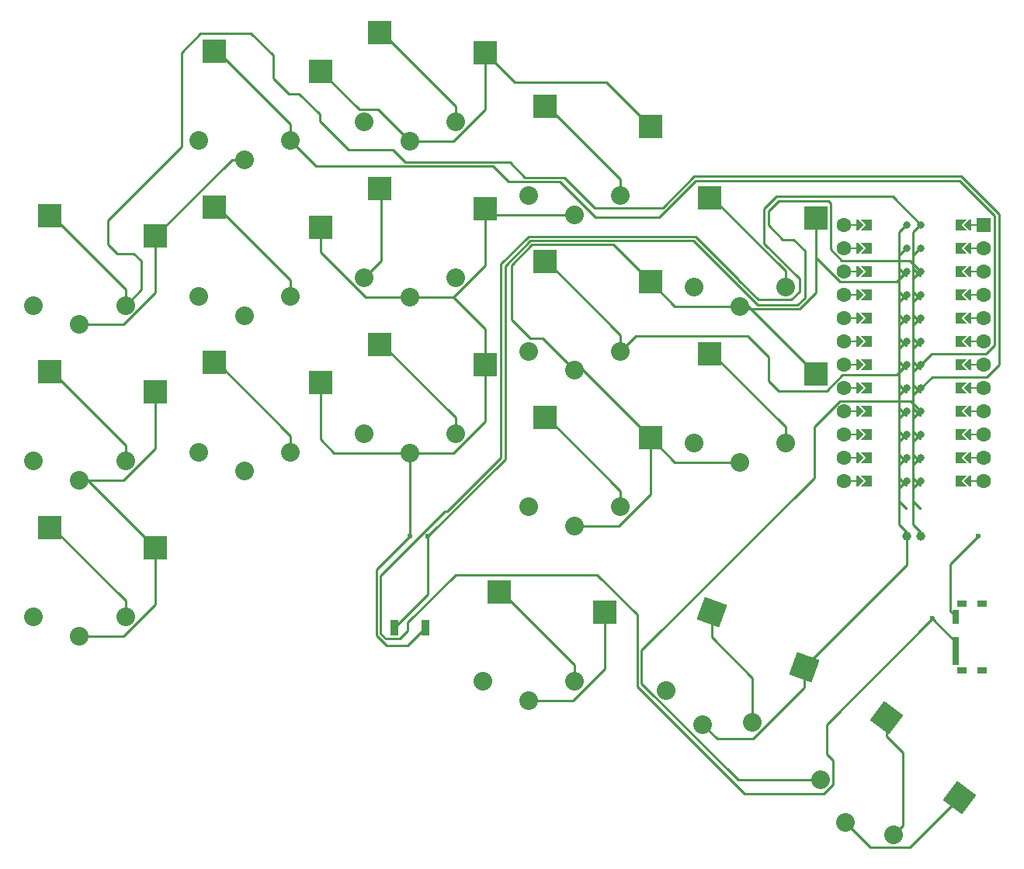
<source format=gbr>
%TF.GenerationSoftware,KiCad,Pcbnew,6.0.5-2.fc36*%
%TF.CreationDate,2022-05-30T19:14:04+02:00*%
%TF.ProjectId,main,6d61696e-2e6b-4696-9361-645f70636258,v1.0.0*%
%TF.SameCoordinates,Original*%
%TF.FileFunction,Copper,L2,Bot*%
%TF.FilePolarity,Positive*%
%FSLAX46Y46*%
G04 Gerber Fmt 4.6, Leading zero omitted, Abs format (unit mm)*
G04 Created by KiCad (PCBNEW 6.0.5-2.fc36) date 2022-05-30 19:14:04*
%MOMM*%
%LPD*%
G01*
G04 APERTURE LIST*
G04 Aperture macros list*
%AMRotRect*
0 Rectangle, with rotation*
0 The origin of the aperture is its center*
0 $1 length*
0 $2 width*
0 $3 Rotation angle, in degrees counterclockwise*
0 Add horizontal line*
21,1,$1,$2,0,0,$3*%
%AMFreePoly0*
4,1,5,0.125000,-0.500000,-0.125000,-0.500000,-0.125000,0.500000,0.125000,0.500000,0.125000,-0.500000,0.125000,-0.500000,$1*%
%AMFreePoly1*
4,1,6,0.600000,-0.250000,-0.600000,-0.250000,-0.600000,1.000000,0.000000,0.400000,0.600000,1.000000,0.600000,-0.250000,0.600000,-0.250000,$1*%
%AMFreePoly2*
4,1,6,0.600000,0.200000,0.000000,-0.400000,-0.600000,0.200000,-0.600000,0.400000,0.600000,0.400000,0.600000,0.200000,0.600000,0.200000,$1*%
%AMFreePoly3*
4,1,49,0.004773,0.123721,0.009154,0.124665,0.028961,0.117240,0.062500,0.108253,0.068237,0.102516,0.075053,0.099961,0.087617,0.083136,0.108253,0.062500,0.111178,0.051584,0.117161,0.043572,0.118539,0.024114,0.125000,0.000000,0.121239,-0.014035,0.122131,-0.026629,0.113759,-0.041951,0.108253,-0.062500,0.095644,-0.075109,0.088389,-0.088388,-0.641000,-0.817776,-0.641000,-4.770224,
0.088389,-5.499612,0.109852,-5.528356,0.124665,-5.597154,0.099961,-5.663053,0.043572,-5.705161,-0.026629,-5.710131,-0.088388,-5.676389,-0.854388,-4.910388,-0.867707,-4.892552,-0.871189,-4.889530,-0.871982,-4.886826,-0.875852,-4.881644,-0.882331,-4.851549,-0.891000,-4.822000,-0.891000,-0.766000,-0.887805,-0.743969,-0.888131,-0.739371,-0.886780,-0.736898,-0.885852,-0.730498,-0.869151,-0.704632,
-0.854388,-0.677612,-0.088388,0.088389,-0.064606,0.106147,-0.062500,0.108253,-0.061385,0.108552,-0.059644,0.109852,-0.043806,0.113262,0.000000,0.125000,0.004773,0.123721,0.004773,0.123721,$1*%
G04 Aperture macros list end*
%TA.AperFunction,SMDPad,CuDef*%
%ADD10R,2.600000X2.600000*%
%TD*%
%TA.AperFunction,ComponentPad*%
%ADD11C,2.032000*%
%TD*%
%TA.AperFunction,SMDPad,CuDef*%
%ADD12RotRect,2.600000X2.600000X340.000000*%
%TD*%
%TA.AperFunction,SMDPad,CuDef*%
%ADD13RotRect,2.600000X2.600000X323.000000*%
%TD*%
%TA.AperFunction,ComponentPad*%
%ADD14C,1.600000*%
%TD*%
%TA.AperFunction,ComponentPad*%
%ADD15R,1.600000X1.600000*%
%TD*%
%TA.AperFunction,SMDPad,CuDef*%
%ADD16FreePoly0,90.000000*%
%TD*%
%TA.AperFunction,SMDPad,CuDef*%
%ADD17FreePoly1,90.000000*%
%TD*%
%TA.AperFunction,SMDPad,CuDef*%
%ADD18FreePoly2,90.000000*%
%TD*%
%TA.AperFunction,SMDPad,CuDef*%
%ADD19FreePoly0,270.000000*%
%TD*%
%TA.AperFunction,SMDPad,CuDef*%
%ADD20FreePoly2,270.000000*%
%TD*%
%TA.AperFunction,SMDPad,CuDef*%
%ADD21FreePoly1,270.000000*%
%TD*%
%TA.AperFunction,SMDPad,CuDef*%
%ADD22FreePoly3,90.000000*%
%TD*%
%TA.AperFunction,SMDPad,CuDef*%
%ADD23FreePoly3,270.000000*%
%TD*%
%TA.AperFunction,ComponentPad*%
%ADD24C,0.800000*%
%TD*%
%TA.AperFunction,SMDPad,CuDef*%
%ADD25R,0.700000X1.500000*%
%TD*%
%TA.AperFunction,SMDPad,CuDef*%
%ADD26R,1.000000X0.800000*%
%TD*%
%TA.AperFunction,ComponentPad*%
%ADD27C,0.600000*%
%TD*%
%TA.AperFunction,SMDPad,CuDef*%
%ADD28R,0.900000X1.700000*%
%TD*%
%TA.AperFunction,ComponentPad*%
%ADD29C,1.000000*%
%TD*%
%TA.AperFunction,Conductor*%
%ADD30C,0.250000*%
%TD*%
G04 APERTURE END LIST*
D10*
%TO.P,S1,1*%
%TO.N,P10*%
X-3275000Y5950000D03*
%TO.P,S1,2*%
%TO.N,GND*%
X8275000Y3750000D03*
%TD*%
D11*
%TO.P,S2,1*%
%TO.N,P10*%
X-5000000Y-3800000D03*
%TO.P,S2,2*%
%TO.N,GND*%
X0Y-5900000D03*
%TO.P,S2,1*%
%TO.N,P10*%
X5000000Y-3800000D03*
%TO.P,S2,2*%
%TO.N,GND*%
X0Y-5900000D03*
%TD*%
D10*
%TO.P,S3,1*%
%TO.N,P9*%
X-3275000Y22950000D03*
%TO.P,S3,2*%
%TO.N,GND*%
X8275000Y20750000D03*
%TD*%
D11*
%TO.P,S4,1*%
%TO.N,P9*%
X-5000000Y13200000D03*
%TO.P,S4,2*%
%TO.N,GND*%
X0Y11100000D03*
%TO.P,S4,1*%
%TO.N,P9*%
X5000000Y13200000D03*
%TO.P,S4,2*%
%TO.N,GND*%
X0Y11100000D03*
%TD*%
D10*
%TO.P,S5,1*%
%TO.N,P18*%
X-3275000Y39950000D03*
%TO.P,S5,2*%
%TO.N,GND*%
X8275000Y37750000D03*
%TD*%
D11*
%TO.P,S6,1*%
%TO.N,P18*%
X-5000000Y30200000D03*
%TO.P,S6,2*%
%TO.N,GND*%
X0Y28100000D03*
%TO.P,S6,1*%
%TO.N,P18*%
X5000000Y30200000D03*
%TO.P,S6,2*%
%TO.N,GND*%
X0Y28100000D03*
%TD*%
D10*
%TO.P,S7,1*%
%TO.N,P8*%
X14725000Y23950000D03*
%TO.P,S7,2*%
%TO.N,GND*%
X26275000Y21750000D03*
%TD*%
D11*
%TO.P,S8,1*%
%TO.N,P8*%
X13000000Y14200000D03*
%TO.P,S8,2*%
%TO.N,GND*%
X18000000Y12100000D03*
%TO.P,S8,1*%
%TO.N,P8*%
X23000000Y14200000D03*
%TO.P,S8,2*%
%TO.N,GND*%
X18000000Y12100000D03*
%TD*%
D10*
%TO.P,S9,1*%
%TO.N,P3*%
X14725000Y40950000D03*
%TO.P,S9,2*%
%TO.N,GND*%
X26275000Y38750000D03*
%TD*%
D11*
%TO.P,S10,1*%
%TO.N,P3*%
X13000000Y31200000D03*
%TO.P,S10,2*%
%TO.N,GND*%
X18000000Y29100000D03*
%TO.P,S10,1*%
%TO.N,P3*%
X23000000Y31200000D03*
%TO.P,S10,2*%
%TO.N,GND*%
X18000000Y29100000D03*
%TD*%
D10*
%TO.P,S11,1*%
%TO.N,P19*%
X14725000Y57950000D03*
%TO.P,S11,2*%
%TO.N,GND*%
X26275000Y55750000D03*
%TD*%
D11*
%TO.P,S12,1*%
%TO.N,P19*%
X13000000Y48200000D03*
%TO.P,S12,2*%
%TO.N,GND*%
X18000000Y46100000D03*
%TO.P,S12,1*%
%TO.N,P19*%
X23000000Y48200000D03*
%TO.P,S12,2*%
%TO.N,GND*%
X18000000Y46100000D03*
%TD*%
D10*
%TO.P,S13,1*%
%TO.N,P7*%
X32725000Y25950000D03*
%TO.P,S13,2*%
%TO.N,GND*%
X44275000Y23750000D03*
%TD*%
D11*
%TO.P,S14,1*%
%TO.N,P7*%
X31000000Y16200000D03*
%TO.P,S14,2*%
%TO.N,GND*%
X36000000Y14100000D03*
%TO.P,S14,1*%
%TO.N,P7*%
X41000000Y16200000D03*
%TO.P,S14,2*%
%TO.N,GND*%
X36000000Y14100000D03*
%TD*%
D10*
%TO.P,S15,1*%
%TO.N,P2*%
X32725000Y42950000D03*
%TO.P,S15,2*%
%TO.N,GND*%
X44275000Y40750000D03*
%TD*%
D11*
%TO.P,S16,1*%
%TO.N,P2*%
X31000000Y33200000D03*
%TO.P,S16,2*%
%TO.N,GND*%
X36000000Y31100000D03*
%TO.P,S16,1*%
%TO.N,P2*%
X41000000Y33200000D03*
%TO.P,S16,2*%
%TO.N,GND*%
X36000000Y31100000D03*
%TD*%
D10*
%TO.P,S17,1*%
%TO.N,P20*%
X32725000Y59950000D03*
%TO.P,S17,2*%
%TO.N,GND*%
X44275000Y57750000D03*
%TD*%
D11*
%TO.P,S18,1*%
%TO.N,P20*%
X31000000Y50200000D03*
%TO.P,S18,2*%
%TO.N,GND*%
X36000000Y48100000D03*
%TO.P,S18,1*%
%TO.N,P20*%
X41000000Y50200000D03*
%TO.P,S18,2*%
%TO.N,GND*%
X36000000Y48100000D03*
%TD*%
D10*
%TO.P,S19,1*%
%TO.N,P6*%
X50725000Y17950000D03*
%TO.P,S19,2*%
%TO.N,GND*%
X62275000Y15750000D03*
%TD*%
D11*
%TO.P,S20,1*%
%TO.N,P6*%
X49000000Y8200000D03*
%TO.P,S20,2*%
%TO.N,GND*%
X54000000Y6100000D03*
%TO.P,S20,1*%
%TO.N,P6*%
X59000000Y8200000D03*
%TO.P,S20,2*%
%TO.N,GND*%
X54000000Y6100000D03*
%TD*%
D10*
%TO.P,S21,1*%
%TO.N,P4*%
X50725000Y34950000D03*
%TO.P,S21,2*%
%TO.N,GND*%
X62275000Y32750000D03*
%TD*%
D11*
%TO.P,S22,1*%
%TO.N,P4*%
X49000000Y25200000D03*
%TO.P,S22,2*%
%TO.N,GND*%
X54000000Y23100000D03*
%TO.P,S22,1*%
%TO.N,P4*%
X59000000Y25200000D03*
%TO.P,S22,2*%
%TO.N,GND*%
X54000000Y23100000D03*
%TD*%
D10*
%TO.P,S23,1*%
%TO.N,P21*%
X50725000Y51950000D03*
%TO.P,S23,2*%
%TO.N,GND*%
X62275000Y49750000D03*
%TD*%
D11*
%TO.P,S24,1*%
%TO.N,P21*%
X49000000Y42200000D03*
%TO.P,S24,2*%
%TO.N,GND*%
X54000000Y40100000D03*
%TO.P,S24,1*%
%TO.N,P21*%
X59000000Y42200000D03*
%TO.P,S24,2*%
%TO.N,GND*%
X54000000Y40100000D03*
%TD*%
D10*
%TO.P,S25,1*%
%TO.N,P5*%
X68725000Y24950000D03*
%TO.P,S25,2*%
%TO.N,GND*%
X80275000Y22750000D03*
%TD*%
D11*
%TO.P,S26,1*%
%TO.N,P5*%
X67000000Y15200000D03*
%TO.P,S26,2*%
%TO.N,GND*%
X72000000Y13100000D03*
%TO.P,S26,1*%
%TO.N,P5*%
X77000000Y15200000D03*
%TO.P,S26,2*%
%TO.N,GND*%
X72000000Y13100000D03*
%TD*%
D10*
%TO.P,S27,1*%
%TO.N,P1*%
X68725000Y41950000D03*
%TO.P,S27,2*%
%TO.N,GND*%
X80275000Y39750000D03*
%TD*%
D11*
%TO.P,S28,1*%
%TO.N,P1*%
X67000000Y32200000D03*
%TO.P,S28,2*%
%TO.N,GND*%
X72000000Y30100000D03*
%TO.P,S28,1*%
%TO.N,P1*%
X77000000Y32200000D03*
%TO.P,S28,2*%
%TO.N,GND*%
X72000000Y30100000D03*
%TD*%
D10*
%TO.P,S29,1*%
%TO.N,P16*%
X45725000Y-1050000D03*
%TO.P,S29,2*%
%TO.N,GND*%
X57275000Y-3250000D03*
%TD*%
D11*
%TO.P,S30,1*%
%TO.N,P16*%
X44000000Y-10800000D03*
%TO.P,S30,2*%
%TO.N,GND*%
X49000000Y-12900000D03*
%TO.P,S30,1*%
%TO.N,P16*%
X54000000Y-10800000D03*
%TO.P,S30,2*%
%TO.N,GND*%
X49000000Y-12900000D03*
%TD*%
D12*
%TO.P,S31,1*%
%TO.N,P14*%
X68957527Y-3288713D03*
%TO.P,S31,2*%
%TO.N,GND*%
X79058532Y-9306369D03*
%TD*%
D11*
%TO.P,S32,1*%
%TO.N,P14*%
X64001860Y-11860731D03*
%TO.P,S32,2*%
%TO.N,GND*%
X67982081Y-15544186D03*
%TO.P,S32,1*%
%TO.N,P14*%
X73398787Y-15280933D03*
%TO.P,S32,2*%
%TO.N,GND*%
X67982081Y-15544186D03*
%TD*%
D13*
%TO.P,S33,1*%
%TO.N,P15*%
X88049020Y-14816041D03*
%TO.P,S33,2*%
%TO.N,GND*%
X95949267Y-23524002D03*
%TD*%
D11*
%TO.P,S34,1*%
%TO.N,P15*%
X80803677Y-21564606D03*
%TO.P,S34,2*%
%TO.N,GND*%
X83533043Y-26250816D03*
%TO.P,S34,1*%
%TO.N,P15*%
X88790032Y-27582756D03*
%TO.P,S34,2*%
%TO.N,GND*%
X83533043Y-26250816D03*
%TD*%
D14*
%TO.P,MCU1,*%
%TO.N,*%
X83380000Y38970000D03*
X83380000Y36430000D03*
X83380000Y33890000D03*
X83380000Y31350000D03*
X83380000Y28810000D03*
X83380000Y26270000D03*
X83380000Y23730000D03*
X83380000Y21190000D03*
X83380000Y18650000D03*
X83380000Y16110000D03*
X83380000Y13570000D03*
X83380000Y11030000D03*
X98620000Y11030000D03*
X98620000Y13570000D03*
X98620000Y16110000D03*
X98620000Y18650000D03*
X98620000Y21190000D03*
X98620000Y23730000D03*
X98620000Y26270000D03*
X98620000Y28810000D03*
X98620000Y31350000D03*
X98620000Y33890000D03*
X98620000Y36430000D03*
X98620000Y38970000D03*
D15*
X98620000Y38970000D03*
D16*
X84650000Y38970000D03*
D17*
%TO.P,MCU1,1*%
%TO.N,RAW*%
X86174000Y38970000D03*
D18*
%TO.P,MCU1,*%
%TO.N,*%
X85158000Y38970000D03*
D16*
X84650000Y36430000D03*
D18*
X85158000Y36430000D03*
D17*
%TO.P,MCU1,2*%
%TO.N,N/C*%
X86174000Y36430000D03*
D16*
%TO.P,MCU1,*%
%TO.N,*%
X84650000Y33890000D03*
D18*
X85158000Y33890000D03*
D17*
%TO.P,MCU1,3*%
%TO.N,RST*%
X86174000Y33890000D03*
D16*
%TO.P,MCU1,*%
%TO.N,*%
X84650000Y31350000D03*
D18*
X85158000Y31350000D03*
D17*
%TO.P,MCU1,4*%
%TO.N,VCC*%
X86174000Y31350000D03*
D16*
%TO.P,MCU1,*%
%TO.N,*%
X84650000Y28810000D03*
D18*
X85158000Y28810000D03*
D17*
%TO.P,MCU1,5*%
%TO.N,P21*%
X86174000Y28810000D03*
D16*
%TO.P,MCU1,*%
%TO.N,*%
X84650000Y26270000D03*
D18*
X85158000Y26270000D03*
D17*
%TO.P,MCU1,6*%
%TO.N,P20*%
X86174000Y26270000D03*
D16*
%TO.P,MCU1,*%
%TO.N,*%
X84650000Y23730000D03*
D18*
X85158000Y23730000D03*
D17*
%TO.P,MCU1,7*%
%TO.N,P19*%
X86174000Y23730000D03*
D16*
%TO.P,MCU1,*%
%TO.N,*%
X84650000Y21190000D03*
D18*
X85158000Y21190000D03*
D17*
%TO.P,MCU1,8*%
%TO.N,P18*%
X86174000Y21190000D03*
D16*
%TO.P,MCU1,*%
%TO.N,*%
X84650000Y18650000D03*
D18*
X85158000Y18650000D03*
D17*
%TO.P,MCU1,9*%
%TO.N,P15*%
X86174000Y18650000D03*
D16*
%TO.P,MCU1,*%
%TO.N,*%
X84650000Y16110000D03*
D18*
X85158000Y16110000D03*
D17*
%TO.P,MCU1,10*%
%TO.N,P14*%
X86174000Y16110000D03*
D16*
%TO.P,MCU1,*%
%TO.N,*%
X84650000Y13570000D03*
D18*
X85158000Y13570000D03*
D17*
%TO.P,MCU1,11*%
%TO.N,P16*%
X86174000Y13570000D03*
D16*
%TO.P,MCU1,*%
%TO.N,*%
X84650000Y11030000D03*
D18*
X85158000Y11030000D03*
D17*
%TO.P,MCU1,12*%
%TO.N,P10*%
X86174000Y11030000D03*
D19*
%TO.P,MCU1,*%
%TO.N,*%
X97350000Y38970000D03*
D20*
X96842000Y38970000D03*
D21*
%TO.P,MCU1,24*%
%TO.N,P1*%
X95826000Y38970000D03*
%TO.P,MCU1,23*%
%TO.N,P0*%
X95826000Y36430000D03*
D19*
%TO.P,MCU1,*%
%TO.N,*%
X97350000Y36430000D03*
D20*
X96842000Y36430000D03*
D21*
%TO.P,MCU1,22*%
%TO.N,GND*%
X95826000Y33890000D03*
D19*
%TO.P,MCU1,*%
%TO.N,*%
X97350000Y33890000D03*
D20*
X96842000Y33890000D03*
D21*
%TO.P,MCU1,21*%
%TO.N,GND*%
X95826000Y31350000D03*
D19*
%TO.P,MCU1,*%
%TO.N,*%
X97350000Y31350000D03*
D20*
X96842000Y31350000D03*
D21*
%TO.P,MCU1,20*%
%TO.N,P2*%
X95826000Y28810000D03*
D19*
%TO.P,MCU1,*%
%TO.N,*%
X97350000Y28810000D03*
D20*
X96842000Y28810000D03*
D21*
%TO.P,MCU1,19*%
%TO.N,P3*%
X95826000Y26270000D03*
D19*
%TO.P,MCU1,*%
%TO.N,*%
X97350000Y26270000D03*
D20*
X96842000Y26270000D03*
D21*
%TO.P,MCU1,18*%
%TO.N,P4*%
X95826000Y23730000D03*
D19*
%TO.P,MCU1,*%
%TO.N,*%
X97350000Y23730000D03*
D20*
X96842000Y23730000D03*
D21*
%TO.P,MCU1,17*%
%TO.N,P5*%
X95826000Y21190000D03*
D19*
%TO.P,MCU1,*%
%TO.N,*%
X97350000Y21190000D03*
D20*
X96842000Y21190000D03*
D21*
%TO.P,MCU1,16*%
%TO.N,P6*%
X95826000Y18650000D03*
D19*
%TO.P,MCU1,*%
%TO.N,*%
X97350000Y18650000D03*
D20*
X96842000Y18650000D03*
D21*
%TO.P,MCU1,15*%
%TO.N,P7*%
X95826000Y16110000D03*
D19*
%TO.P,MCU1,*%
%TO.N,*%
X97350000Y16110000D03*
D20*
X96842000Y16110000D03*
D21*
%TO.P,MCU1,14*%
%TO.N,P8*%
X95826000Y13570000D03*
D19*
%TO.P,MCU1,*%
%TO.N,*%
X97350000Y13570000D03*
D20*
X96842000Y13570000D03*
D21*
%TO.P,MCU1,13*%
%TO.N,P9*%
X95826000Y11030000D03*
D19*
%TO.P,MCU1,*%
%TO.N,*%
X97350000Y11030000D03*
D20*
X96842000Y11030000D03*
D22*
%TO.P,MCU1,23*%
%TO.N,P0*%
X90238000Y36430000D03*
D23*
%TO.P,MCU1,2*%
%TO.N,GND*%
X91762000Y36430000D03*
D24*
X91762000Y36430000D03*
%TO.P,MCU1,23*%
%TO.N,P0*%
X90238000Y36430000D03*
%TO.P,MCU1,24*%
%TO.N,P1*%
X90238000Y38970000D03*
%TO.P,MCU1,1*%
%TO.N,RAW*%
X91762000Y38970000D03*
D22*
%TO.P,MCU1,24*%
%TO.N,P1*%
X90238000Y38970000D03*
D23*
%TO.P,MCU1,1*%
%TO.N,RAW*%
X91762000Y38970000D03*
D24*
%TO.P,MCU1,22*%
%TO.N,GND*%
X90238000Y33890000D03*
%TO.P,MCU1,3*%
%TO.N,RST*%
X91762000Y33890000D03*
D22*
%TO.P,MCU1,22*%
%TO.N,GND*%
X90238000Y33890000D03*
D23*
%TO.P,MCU1,3*%
%TO.N,RST*%
X91762000Y33890000D03*
D24*
%TO.P,MCU1,21*%
%TO.N,GND*%
X90238000Y31350000D03*
%TO.P,MCU1,4*%
%TO.N,VCC*%
X91762000Y31350000D03*
D22*
%TO.P,MCU1,21*%
%TO.N,GND*%
X90238000Y31350000D03*
D23*
%TO.P,MCU1,4*%
%TO.N,VCC*%
X91762000Y31350000D03*
D24*
%TO.P,MCU1,20*%
%TO.N,P2*%
X90238000Y28810000D03*
%TO.P,MCU1,5*%
%TO.N,P21*%
X91762000Y28810000D03*
D22*
%TO.P,MCU1,20*%
%TO.N,P2*%
X90238000Y28810000D03*
D23*
%TO.P,MCU1,5*%
%TO.N,P21*%
X91762000Y28810000D03*
D24*
%TO.P,MCU1,19*%
%TO.N,P3*%
X90238000Y26270000D03*
%TO.P,MCU1,6*%
%TO.N,P20*%
X91762000Y26270000D03*
D22*
%TO.P,MCU1,19*%
%TO.N,P3*%
X90238000Y26270000D03*
D23*
%TO.P,MCU1,6*%
%TO.N,P20*%
X91762000Y26270000D03*
D24*
%TO.P,MCU1,18*%
%TO.N,P4*%
X90238000Y23730000D03*
%TO.P,MCU1,7*%
%TO.N,P19*%
X91762000Y23730000D03*
D22*
%TO.P,MCU1,18*%
%TO.N,P4*%
X90238000Y23730000D03*
D23*
%TO.P,MCU1,7*%
%TO.N,P19*%
X91762000Y23730000D03*
D24*
%TO.P,MCU1,17*%
%TO.N,P5*%
X90238000Y21190000D03*
%TO.P,MCU1,8*%
%TO.N,P18*%
X91762000Y21190000D03*
D22*
%TO.P,MCU1,17*%
%TO.N,P5*%
X90238000Y21190000D03*
D23*
%TO.P,MCU1,8*%
%TO.N,P18*%
X91762000Y21190000D03*
D24*
%TO.P,MCU1,16*%
%TO.N,P6*%
X90238000Y18650000D03*
%TO.P,MCU1,9*%
%TO.N,P15*%
X91762000Y18650000D03*
D22*
%TO.P,MCU1,16*%
%TO.N,P6*%
X90238000Y18650000D03*
D23*
%TO.P,MCU1,9*%
%TO.N,P15*%
X91762000Y18650000D03*
D24*
%TO.P,MCU1,15*%
%TO.N,P7*%
X90238000Y16110000D03*
%TO.P,MCU1,10*%
%TO.N,P14*%
X91762000Y16110000D03*
D22*
%TO.P,MCU1,15*%
%TO.N,P7*%
X90238000Y16110000D03*
D23*
%TO.P,MCU1,10*%
%TO.N,P14*%
X91762000Y16110000D03*
D24*
%TO.P,MCU1,14*%
%TO.N,P8*%
X90238000Y13570000D03*
%TO.P,MCU1,11*%
%TO.N,P16*%
X91762000Y13570000D03*
D22*
%TO.P,MCU1,14*%
%TO.N,P8*%
X90238000Y13570000D03*
D23*
%TO.P,MCU1,11*%
%TO.N,P16*%
X91762000Y13570000D03*
D24*
%TO.P,MCU1,13*%
%TO.N,P9*%
X90238000Y11030000D03*
%TO.P,MCU1,12*%
%TO.N,P10*%
X91762000Y11030000D03*
D22*
%TO.P,MCU1,13*%
%TO.N,P9*%
X90238000Y11030000D03*
D23*
%TO.P,MCU1,12*%
%TO.N,P10*%
X91762000Y11030000D03*
%TD*%
D25*
%TO.P,,1*%
%TO.N,pos*%
X95570000Y-3750000D03*
%TO.P,,2*%
%TO.N,RAW*%
X95570000Y-6750000D03*
%TO.P,,3*%
%TO.N,N/C*%
X95570000Y-8250000D03*
D26*
%TO.P,,*%
%TO.N,*%
X98430000Y-2350000D03*
X98430000Y-9650000D03*
X96220000Y-9650000D03*
X96220000Y-2350000D03*
%TD*%
D27*
%TO.P,REF\u002A\u002A,1*%
%TO.N,RAW*%
X93000000Y-4000000D03*
%TD*%
%TO.P,REF\u002A\u002A,1*%
%TO.N,pos*%
X98000000Y5000000D03*
%TD*%
%TO.P,REF\u002A\u002A,1*%
%TO.N,GND*%
X36000000Y5000000D03*
%TD*%
%TO.P,REF\u002A\u002A,1*%
%TO.N,RST*%
X38000000Y5000000D03*
%TD*%
D28*
%TO.P,,1*%
%TO.N,RST*%
X34300000Y-5000000D03*
%TO.P,,2*%
%TO.N,GND*%
X37700000Y-5000000D03*
%TD*%
D29*
%TO.P,,1*%
%TO.N,pos*%
X91750000Y5000000D03*
%TO.P,,2*%
%TO.N,GND*%
X90250000Y5000000D03*
%TD*%
D30*
%TO.N,RAW*%
X81164053Y-23100000D02*
X82144188Y-22119865D01*
X78500000Y31700000D02*
X77600000Y30800000D01*
X60800000Y-3525978D02*
X60800000Y-11400000D01*
X35800000Y-5325489D02*
X35800000Y-4400000D01*
X81465836Y-18765836D02*
X81465836Y-15534164D01*
X34950978Y-6174511D02*
X35800000Y-5325489D01*
X32849520Y-5638802D02*
X33385229Y-6174511D01*
X40082141Y7717859D02*
X39834666Y7717859D01*
X71867859Y32967859D02*
X71867859Y33000867D01*
X91762000Y38970000D02*
X88657959Y42074041D01*
X32849520Y732713D02*
X32849520Y-5638802D01*
X45950480Y34695937D02*
X45950480Y13586198D01*
X82144188Y-22119865D02*
X82144188Y-19444188D01*
X88657959Y42074041D02*
X75974041Y42074041D01*
X56449501Y824521D02*
X60800000Y-3525978D01*
X45950480Y13586198D02*
X40082141Y7717859D01*
X75974041Y42074041D02*
X74675959Y40775959D01*
X39834666Y7717859D02*
X32849520Y732713D01*
X41024521Y824521D02*
X56449501Y824521D01*
X74675959Y40775959D02*
X74675959Y36914082D01*
X60800000Y-11400000D02*
X72500000Y-23100000D01*
X74675959Y36914082D02*
X78500000Y33090041D01*
X81465836Y-15534164D02*
X93000000Y-4000000D01*
X48978104Y37723561D02*
X45950480Y34695937D01*
X72500000Y-23100000D02*
X81164053Y-23100000D01*
X74035718Y30800000D02*
X71867859Y32967859D01*
X78500000Y33090041D02*
X78500000Y31700000D01*
X77600000Y30800000D02*
X74035718Y30800000D01*
X33385229Y-6174511D02*
X34950978Y-6174511D01*
X67145165Y37723561D02*
X48978104Y37723561D01*
X35800000Y-4400000D02*
X41024521Y824521D01*
X71867859Y33000867D02*
X67145165Y37723561D01*
X82144188Y-19444188D02*
X81465836Y-18765836D01*
%TO.N,GND*%
X36000000Y5000000D02*
X32400000Y1400000D01*
X32400000Y1400000D02*
X32400000Y-5825000D01*
X32400000Y-5825000D02*
X33475000Y-6900000D01*
X33475000Y-6900000D02*
X35800000Y-6900000D01*
X35800000Y-6900000D02*
X37700000Y-5000000D01*
%TO.N,RST*%
X78313802Y30249520D02*
X79100000Y31035718D01*
X79100000Y36133008D02*
X77833008Y37400000D01*
X75125479Y40526453D02*
X76223547Y41624521D01*
X76223547Y41624521D02*
X81649501Y41624521D01*
X73950480Y30249520D02*
X78313802Y30249520D01*
X67725421Y36474579D02*
X73950480Y30249520D01*
X38000000Y5000000D02*
X46400000Y13400000D01*
X67725421Y36507587D02*
X67725421Y36474579D01*
X79100000Y31035718D02*
X79100000Y36133008D01*
X76699026Y37400000D02*
X75125479Y38973547D01*
X66958967Y37274041D02*
X67725421Y36507587D01*
X49164302Y37274041D02*
X66958967Y37274041D01*
X46400000Y34509739D02*
X49164302Y37274041D01*
X46400000Y13400000D02*
X46400000Y34509739D01*
X77833008Y37400000D02*
X76699026Y37400000D01*
X81899511Y36320189D02*
X83119700Y35100000D01*
X83119700Y35100000D02*
X90552000Y35100000D01*
X90552000Y35100000D02*
X91762000Y33890000D01*
X75125479Y38973547D02*
X75125479Y40526453D01*
X81649501Y41624521D02*
X81899511Y41374511D01*
X81899511Y41374511D02*
X81899511Y36320189D01*
%TO.N,GND*%
X72000000Y30100000D02*
X72300000Y29800000D01*
X72300000Y29800000D02*
X78500000Y29800000D01*
X78500000Y29800000D02*
X80275000Y31575000D01*
X80275000Y31575000D02*
X80275000Y39750000D01*
%TO.N,pos*%
X95570000Y-3750000D02*
X94970000Y-3150000D01*
X94970000Y-3150000D02*
X94970000Y1970000D01*
X94970000Y1970000D02*
X98000000Y5000000D01*
%TO.N,P15*%
X91762000Y18650000D02*
X90637489Y19774511D01*
X90637489Y19774511D02*
X82914211Y19774511D01*
X82914211Y19774511D02*
X80100000Y16960300D01*
X80100000Y16960300D02*
X80100000Y11400810D01*
X80100000Y11400810D02*
X61300000Y-7399190D01*
X61300000Y-7399190D02*
X61300000Y-11054641D01*
X61300000Y-11054641D02*
X71809965Y-21564606D01*
X71809965Y-21564606D02*
X80803677Y-21564606D01*
%TO.N,GND*%
X83533043Y-26250816D02*
X86205494Y-28923267D01*
X86205494Y-28923267D02*
X90550002Y-28923267D01*
X90550002Y-28923267D02*
X95949267Y-23524002D01*
X79058532Y-9306369D02*
X79058532Y-11516958D01*
X79058532Y-11516958D02*
X73475490Y-17100000D01*
X73475490Y-17100000D02*
X69537895Y-17100000D01*
X69537895Y-17100000D02*
X67982081Y-15544186D01*
X57275000Y-3250000D02*
X57275000Y-9420770D01*
X57275000Y-9420770D02*
X53795770Y-12900000D01*
X53795770Y-12900000D02*
X49000000Y-12900000D01*
X8275000Y3750000D02*
X925000Y11100000D01*
X925000Y11100000D02*
X0Y11100000D01*
X8275000Y3750000D02*
X8275000Y-2420770D01*
X4795770Y-5900000D02*
X0Y-5900000D01*
X8275000Y-2420770D02*
X4795770Y-5900000D01*
X26275000Y21750000D02*
X26275000Y15579230D01*
X27754230Y14100000D02*
X36000000Y14100000D01*
X26275000Y15579230D02*
X27754230Y14100000D01*
X62275000Y32750000D02*
X58200479Y36824521D01*
X50500000Y26600000D02*
X54000000Y23100000D01*
X58200479Y36824521D02*
X49350499Y36824521D01*
X49350499Y36824521D02*
X47125479Y34599501D01*
X47125479Y34599501D02*
X47125479Y28641513D01*
X47125479Y28641513D02*
X49166992Y26600000D01*
X49166992Y26600000D02*
X50500000Y26600000D01*
%TO.N,P4*%
X59000000Y25200000D02*
X60624521Y26824521D01*
X60624521Y26824521D02*
X72875479Y26824521D01*
X72875479Y26824521D02*
X75125479Y24574521D01*
X75125479Y24574521D02*
X75125479Y21973547D01*
X89108000Y22600000D02*
X90238000Y23730000D01*
X75125479Y21973547D02*
X76223547Y20875479D01*
X76223547Y20875479D02*
X81475179Y20875479D01*
X81475179Y20875479D02*
X83199700Y22600000D01*
X83199700Y22600000D02*
X89108000Y22600000D01*
%TO.N,GND*%
X80275000Y22750000D02*
X72925000Y30100000D01*
X72925000Y30100000D02*
X72000000Y30100000D01*
X72000000Y13100000D02*
X64925000Y13100000D01*
X64925000Y13100000D02*
X62275000Y15750000D01*
%TO.N,P2*%
X32725000Y42950000D02*
X32874521Y42800479D01*
X32874521Y42800479D02*
X32874521Y35074521D01*
X32874521Y35074521D02*
X31000000Y33200000D01*
%TO.N,GND*%
X26275000Y38750000D02*
X26275000Y36029230D01*
X26275000Y36029230D02*
X31204230Y31100000D01*
X31204230Y31100000D02*
X36000000Y31100000D01*
X36000000Y14100000D02*
X36000000Y5000000D01*
X72000000Y30100000D02*
X64925000Y30100000D01*
X64925000Y30100000D02*
X62275000Y32750000D01*
X80275000Y39750000D02*
X80275000Y35404700D01*
X80275000Y35404700D02*
X82914211Y32765489D01*
X82914211Y32765489D02*
X89113489Y32765489D01*
X89113489Y32765489D02*
X90238000Y33890000D01*
X62275000Y15750000D02*
X54925000Y23100000D01*
X54925000Y23100000D02*
X54000000Y23100000D01*
X62275000Y15750000D02*
X62275000Y9579230D01*
X62275000Y9579230D02*
X58795770Y6100000D01*
X58795770Y6100000D02*
X54000000Y6100000D01*
X44275000Y23750000D02*
X44275000Y27620770D01*
X44275000Y27620770D02*
X40795770Y31100000D01*
X36000000Y14100000D02*
X40795770Y14100000D01*
X44275000Y17579230D02*
X44275000Y23750000D01*
X40795770Y14100000D02*
X44275000Y17579230D01*
X44275000Y40750000D02*
X44275000Y34579230D01*
X44275000Y34579230D02*
X40795770Y31100000D01*
X40795770Y31100000D02*
X36000000Y31100000D01*
X54000000Y40100000D02*
X44925000Y40100000D01*
X44925000Y40100000D02*
X44275000Y40750000D01*
X36000000Y48100000D02*
X40795770Y48100000D01*
X40795770Y48100000D02*
X44275000Y51579230D01*
X44275000Y51579230D02*
X44275000Y57750000D01*
X26275000Y55750000D02*
X30484489Y51540511D01*
X30484489Y51540511D02*
X32559489Y51540511D01*
X32559489Y51540511D02*
X36000000Y48100000D01*
X8275000Y37750000D02*
X16625000Y46100000D01*
X16625000Y46100000D02*
X18000000Y46100000D01*
X0Y28100000D02*
X4795770Y28100000D01*
X4795770Y28100000D02*
X8275000Y31579230D01*
X8275000Y31579230D02*
X8275000Y37750000D01*
X0Y11100000D02*
X4795770Y11100000D01*
X4795770Y11100000D02*
X8275000Y14579230D01*
X8275000Y14579230D02*
X8275000Y20750000D01*
%TO.N,P18*%
X34200000Y47149520D02*
X35500000Y45849520D01*
X52872839Y44172838D02*
X56186188Y40859489D01*
X92972000Y22400000D02*
X91762000Y21190000D01*
X35500000Y45849520D02*
X46917472Y45849520D01*
X46917472Y45849520D02*
X48594154Y44172838D01*
X48594154Y44172838D02*
X52872839Y44172838D01*
X98900000Y22400000D02*
X92972000Y22400000D01*
X56186188Y40859489D02*
X63623771Y40859489D01*
X67038323Y44274041D02*
X96161677Y44274041D01*
X63623771Y40859489D02*
X67038323Y44274041D01*
X96161677Y44274041D02*
X100249520Y40186197D01*
X100249520Y40186197D02*
X100249520Y23749520D01*
X100249520Y23749520D02*
X98900000Y22400000D01*
%TO.N,P19*%
X92932000Y24900000D02*
X91762000Y23730000D01*
X99800000Y40000000D02*
X99800000Y25859700D01*
X99800000Y25859700D02*
X98840300Y24900000D01*
X95975479Y43824521D02*
X99800000Y40000000D01*
X56300000Y39800000D02*
X63200000Y39800000D01*
X52400000Y43700000D02*
X56300000Y39800000D01*
X67224521Y43824521D02*
X95975479Y43824521D01*
X63200000Y39800000D02*
X67224521Y43824521D01*
X46800000Y43700000D02*
X52400000Y43700000D01*
X98840300Y24900000D02*
X92932000Y24900000D01*
X45100000Y45400000D02*
X46800000Y43700000D01*
X25800000Y45400000D02*
X45100000Y45400000D01*
X23000000Y48200000D02*
X25800000Y45400000D01*
%TO.N,P18*%
X5924521Y35875479D02*
X4124521Y35875479D01*
X23933008Y53300000D02*
X26200000Y51033008D01*
X6725421Y35074579D02*
X5924521Y35875479D01*
X6725421Y31925421D02*
X6725421Y35074579D01*
X21100000Y57500974D02*
X21100000Y54999026D01*
X22799026Y53300000D02*
X23933008Y53300000D01*
X11100000Y47477986D02*
X11100000Y57800000D01*
X26200000Y51033008D02*
X26200000Y50300000D01*
X3125479Y39503465D02*
X11100000Y47477986D01*
X13200000Y59900000D02*
X18700974Y59900000D01*
X21100000Y54999026D02*
X22799026Y53300000D01*
X26200000Y50300000D02*
X29350480Y47149520D01*
X29350480Y47149520D02*
X34200000Y47149520D01*
X4124521Y35875479D02*
X3125479Y36874521D01*
X11100000Y57800000D02*
X13200000Y59900000D01*
X18700974Y59900000D02*
X21100000Y57500974D01*
X5000000Y30200000D02*
X6725421Y31925421D01*
X3125479Y36874521D02*
X3125479Y39503465D01*
%TO.N,GND*%
X62275000Y49750000D02*
X57474520Y54550480D01*
X57474520Y54550480D02*
X47474520Y54550480D01*
X47474520Y54550480D02*
X44275000Y57750000D01*
X90250000Y5000000D02*
X90250000Y1885099D01*
X90250000Y1885099D02*
X79058532Y-9306369D01*
%TO.N,RAW*%
X93000000Y-4000000D02*
X95570000Y-6570000D01*
X95570000Y-6570000D02*
X95570000Y-6750000D01*
%TO.N,RST*%
X38000000Y5000000D02*
X38000000Y-1300000D01*
X38000000Y-1300000D02*
X34300000Y-5000000D01*
%TO.N,P15*%
X88790032Y-27582756D02*
X89806031Y-26566757D01*
X89806031Y-26566757D02*
X89806031Y-18606031D01*
X89806031Y-18606031D02*
X88049020Y-16849020D01*
X88049020Y-16849020D02*
X88049020Y-14816041D01*
%TO.N,P14*%
X73398787Y-15280933D02*
X73398787Y-10444464D01*
X73398787Y-10444464D02*
X68957527Y-6003204D01*
X68957527Y-6003204D02*
X68957527Y-3288713D01*
%TO.N,P16*%
X54000000Y-10800000D02*
X54000000Y-9045677D01*
X54000000Y-9045677D02*
X46004323Y-1050000D01*
X46004323Y-1050000D02*
X45725000Y-1050000D01*
%TO.N,P4*%
X59000000Y25200000D02*
X59000000Y26954323D01*
X59000000Y26954323D02*
X51004323Y34950000D01*
X51004323Y34950000D02*
X50725000Y34950000D01*
%TO.N,P5*%
X77000000Y15200000D02*
X77000000Y16954323D01*
X77000000Y16954323D02*
X69004323Y24950000D01*
X69004323Y24950000D02*
X68725000Y24950000D01*
%TO.N,P6*%
X59000000Y8200000D02*
X59000000Y9954323D01*
X59000000Y9954323D02*
X51004323Y17950000D01*
X51004323Y17950000D02*
X50725000Y17950000D01*
%TO.N,P7*%
X41000000Y16200000D02*
X41000000Y17954323D01*
X41000000Y17954323D02*
X33004323Y25950000D01*
X33004323Y25950000D02*
X32725000Y25950000D01*
%TO.N,P8*%
X23000000Y14200000D02*
X23000000Y15954323D01*
X15004323Y23950000D02*
X14725000Y23950000D01*
X23000000Y15954323D02*
X15004323Y23950000D01*
%TO.N,P10*%
X5000000Y-3800000D02*
X5000000Y-2045677D01*
X5000000Y-2045677D02*
X-2995677Y5950000D01*
X-2995677Y5950000D02*
X-3275000Y5950000D01*
%TO.N,P9*%
X5000000Y13200000D02*
X5000000Y14954323D01*
X5000000Y14954323D02*
X-2995677Y22950000D01*
X-2995677Y22950000D02*
X-3275000Y22950000D01*
%TO.N,P18*%
X5000000Y30200000D02*
X5000000Y31954323D01*
X5000000Y31954323D02*
X-2995677Y39950000D01*
X-2995677Y39950000D02*
X-3275000Y39950000D01*
%TO.N,P3*%
X23000000Y31200000D02*
X23000000Y32954323D01*
X23000000Y32954323D02*
X15004323Y40950000D01*
X15004323Y40950000D02*
X14725000Y40950000D01*
%TO.N,P19*%
X23000000Y48200000D02*
X23000000Y49954323D01*
X23000000Y49954323D02*
X15004323Y57950000D01*
X15004323Y57950000D02*
X14725000Y57950000D01*
%TO.N,P20*%
X41000000Y50200000D02*
X41000000Y51954323D01*
X41000000Y51954323D02*
X33004323Y59950000D01*
X33004323Y59950000D02*
X32725000Y59950000D01*
%TO.N,P21*%
X59000000Y42200000D02*
X59000000Y43954323D01*
X59000000Y43954323D02*
X51004323Y51950000D01*
X51004323Y51950000D02*
X50725000Y51950000D01*
%TO.N,P1*%
X77000000Y32200000D02*
X77000000Y33954323D01*
X77000000Y33954323D02*
X69004323Y41950000D01*
X69004323Y41950000D02*
X68725000Y41950000D01*
%TD*%
M02*

</source>
